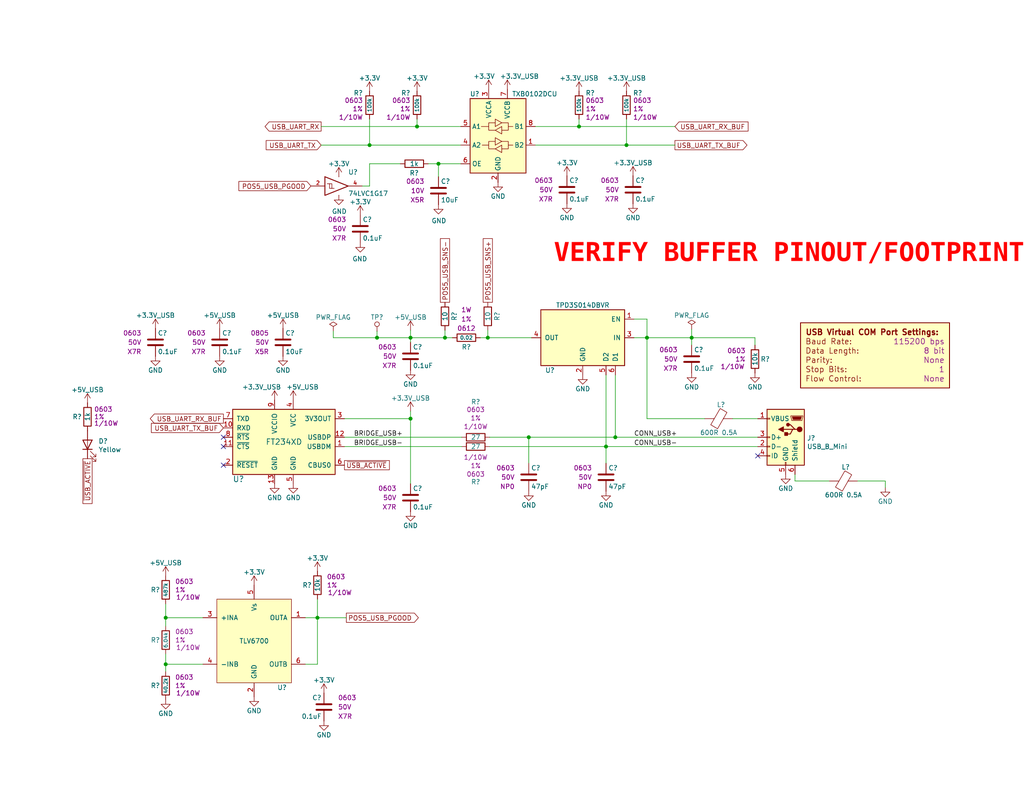
<source format=kicad_sch>
(kicad_sch (version 20230121) (generator eeschema)
  (paper "A")
  (title_block (title "Analog Clock") (date "2020-08-15") (rev "A") (company "Drew Maatman"))
  (lib_symbols
    (symbol "Connector:USB_B_Mini" (pin_names (offset 1.016))
      (property "Reference" "J" (at -5.08 11.43 0))
      (property "Value" "USB_B_Mini" (at -5.08 8.89 0))
      (symbol "USB_B_Mini_0_1"
        (rectangle (start -5.08 -7.62) (end 5.08 7.62) (stroke (width 0.254)) (fill (type background)))
        (circle (center -3.81 2.159) (radius 0.635) (stroke (width 0.254)) (fill (type outline)))
        (circle (center -0.635 3.429) (radius 0.381) (stroke (width 0.254)) (fill (type outline)))
        (rectangle (start -0.127 -7.62) (end 0.127 -6.858))
        (polyline (pts (xy -1.905 2.159) (xy 0.635 2.159)) (stroke (width 0.254)))
        (polyline (pts (xy -3.175 2.159) (xy -2.54 2.159) (xy -1.27 3.429) (xy -0.635 3.429)) (stroke (width 0.254)))
        (polyline (pts (xy -2.54 2.159) (xy -1.905 2.159) (xy -1.27 0.889) (xy 0 0.889)) (stroke (width 0.254)))
        (polyline (pts (xy 0.635 2.794) (xy 0.635 1.524) (xy 1.905 2.159) (xy 0.635 2.794)) (stroke (width 0.254)) (fill (type outline)))
        (polyline (pts (xy -4.318 5.588) (xy -1.778 5.588) (xy -2.032 4.826) (xy -4.064 4.826) (xy -4.318 5.588)) (fill (type outline)))
        (polyline (pts (xy -4.699 5.842) (xy -4.699 5.588) (xy -4.445 4.826) (xy -4.445 4.572) (xy -1.651 4.572) (xy -1.651 4.826) (xy -1.397 5.588) (xy -1.397 5.842) (xy -4.699 5.842)))
        (rectangle (start 0.254 1.27) (end -0.508 0.508) (stroke (width 0.254)) (fill (type outline)))
        (rectangle (start 5.08 -5.207) (end 4.318 -4.953))
        (rectangle (start 5.08 -2.667) (end 4.318 -2.413))
        (rectangle (start 5.08 -0.127) (end 4.318 0.127))
        (rectangle (start 5.08 4.953) (end 4.318 5.207))
      )
      (symbol "USB_B_Mini_1_1"
        (pin power_out line (at 7.62 5.08 180) (length 2.54) (name "VBUS") (number "1"))
        (pin bidirectional line (at 7.62 -2.54 180) (length 2.54) (name "D-") (number "2"))
        (pin bidirectional line (at 7.62 0 180) (length 2.54) (name "D+") (number "3"))
        (pin passive line (at 7.62 -5.08 180) (length 2.54) (name "ID") (number "4"))
        (pin power_out line (at 0 -10.16 90) (length 2.54) (name "GND") (number "5"))
        (pin passive line (at -2.54 -10.16 90) (length 2.54) (name "Shield") (number "6"))
      )
    )
    (symbol "Custom_Library:+3.3V_USB" (power) (pin_names (offset 0))
      (property "Value" "+3.3V_USB" (at 0 3.556 0))
      (symbol "+3.3V_USB_0_1"
        (polyline (pts (xy -0.762 1.27) (xy 0 2.54)))
        (polyline (pts (xy 0 0) (xy 0 2.54)))
        (polyline (pts (xy 0 2.54) (xy 0.762 1.27)))
      )
      (symbol "+3.3V_USB_1_1"
        (pin power_in line (at 0 0 90) (length 0) hide (name "+3.3V_USB") (number "1"))
      )
    )
    (symbol "Custom_Library:+5V_USB" (power) (pin_names (offset 0))
      (property "Value" "+5V_USB" (at 0 3.556 0))
      (symbol "+5V_USB_0_1"
        (polyline (pts (xy -0.762 1.27) (xy 0 2.54)))
        (polyline (pts (xy 0 0) (xy 0 2.54)))
        (polyline (pts (xy 0 2.54) (xy 0.762 1.27)))
      )
      (symbol "+5V_USB_1_1"
        (pin power_in line (at 0 0 90) (length 0) hide (name "+5V_USB") (number "1"))
      )
    )
    (symbol "Custom_Library:74LVC1G17_Power" (pin_names (offset 1.016))
      (property "Reference" "U" (at 2.54 3.81 0))
      (property "Value" "74LVC1G17_Power" (at 2.54 -3.81 0))
      (symbol "74LVC1G17_Power_0_1"
        (polyline (pts (xy -2.54 0.635) (xy -1.905 0.635) (xy -1.905 -0.635)))
        (polyline (pts (xy -3.81 2.54) (xy -3.81 -2.54) (xy 2.54 0) (xy -3.81 2.54)) (stroke (width 0.254)))
        (polyline (pts (xy -3.175 0.635) (xy -2.54 0.635) (xy -2.54 -0.635) (xy -1.27 -0.635)))
      )
      (symbol "74LVC1G17_Power_1_1"
        (pin input line (at -7.62 0 0) (length 3.81) (name "~") (number "2"))
        (pin power_in line (at 0 -2.54 270) (length 0) (name "GND") (number "3"))
        (pin output line (at 6.35 0 180) (length 3.81) (name "~") (number "4"))
        (pin power_in line (at 0 2.54 90) (length 0) (name "VCC") (number "5"))
      )
    )
    (symbol "Custom_Library:COM_Port_Settings" (pin_names (offset 1.016))
      (property "Baud_Rate" "Baud" (at 19.05 3.81 0))
      (property "Data_Length" "Data Length" (at 19.05 1.27 0))
      (property "Parity" "Parity" (at 19.05 -1.27 0))
      (property "Stop_Bits" "Stop Bits" (at 19.05 -3.81 0))
      (property "Flow_Control" "Flow Control" (at 19.05 -6.35 0))
      (symbol "COM_Port_Settings_0_0"
        (rectangle (start -20.32 8.89) (end 20.32 -8.89) (stroke (width 0.254)) (fill (type background)))
        (text "Baud Rate:" (at -19.05 3.81 0) (effects (font (size 1.524 1.524)) (justify left)))
        (text "Data Length:" (at -19.05 1.27 0) (effects (font (size 1.524 1.524)) (justify left)))
        (text "Flow Control:" (at -19.05 -6.35 0) (effects (font (size 1.524 1.524)) (justify left)))
        (text "Parity:" (at -19.05 -1.27 0) (effects (font (size 1.524 1.524)) (justify left)))
        (text "Stop Bits:" (at -19.05 -3.81 0) (effects (font (size 1.524 1.524)) (justify left)))
        (text "USB Virtual COM Port Settings:" (at -19.05 6.35 0) (effects (font (size 1.524 1.524) bold) (justify left)))
      )
    )
    (symbol "Custom_Library:C_Custom" (pin_numbers hide) (pin_names (offset 0.254))
      (property "Reference" "C" (at 0.635 2.54 0))
      (property "Value" "C_Custom" (at 0.635 -2.54 0))
      (property "display_footprint" "Foot" (at -3.81 2.54 0))
      (property "Voltage" "V" (at -3.81 0 0))
      (property "Dielectric" "Er" (at -3.81 -2.54 0))
      (symbol "C_Custom_0_1"
        (polyline (pts (xy -2.032 -0.762) (xy 2.032 -0.762)) (stroke (width 0.508)))
        (polyline (pts (xy -2.032 0.762) (xy 2.032 0.762)) (stroke (width 0.508)))
      )
      (symbol "C_Custom_1_1"
        (pin passive line (at 0 3.81 270) (length 2.794) (name "~") (number "1"))
        (pin passive line (at 0 -3.81 90) (length 2.794) (name "~") (number "2"))
      )
    )
    (symbol "Custom_Library:FT234XD" (pin_names (offset 1.016))
      (property "Reference" "U" (at 13.97 -10.16 0))
      (property "Value" "FT234XD" (at 0 0 0))
      (symbol "FT234XD_0_1"
        (rectangle (start -13.97 8.89) (end 13.97 -8.89) (stroke (width 0.254)) (fill (type background)))
      )
      (symbol "FT234XD_1_1"
        (pin input line (at -16.51 -1.27 0) (length 2.54) (name "USBDM") (number "1"))
        (pin input line (at 16.51 3.81 180) (length 2.54) (name "RXD") (number "10"))
        (pin input line (at 16.51 -1.27 180) (length 2.54) (name "~{CTS}") (number "11"))
        (pin input line (at -16.51 1.27 0) (length 2.54) (name "USBDP") (number "12"))
        (pin power_in line (at 2.54 -11.43 90) (length 2.54) (name "GND") (number "13"))
        (pin input line (at 16.51 -6.35 180) (length 2.54) (name "~{RESET}") (number "2"))
        (pin power_out line (at -16.51 6.35 0) (length 2.54) (name "3V3OUT") (number "3"))
        (pin power_in line (at -2.54 11.43 270) (length 2.54) (name "VCC") (number "4"))
        (pin power_in line (at -2.54 -11.43 90) (length 2.54) (name "GND") (number "5"))
        (pin bidirectional line (at -16.51 -6.35 0) (length 2.54) (name "CBUS0") (number "6"))
        (pin output line (at 16.51 6.35 180) (length 2.54) (name "TXD") (number "7"))
        (pin output line (at 16.51 1.27 180) (length 2.54) (name "~{RTS}") (number "8"))
        (pin power_in line (at 2.54 11.43 270) (length 2.54) (name "VCCIO") (number "9"))
      )
    )
    (symbol "Custom_Library:R_Custom" (pin_numbers hide) (pin_names (offset 1.016) hide)
      (property "Reference" "R" (at -2.54 0 90))
      (property "Value" "R_Custom" (at 0 0 90))
      (property "display_footprint" "Foot" (at 2.54 0 90))
      (property "Tolerance" "Tol" (at 5.08 0 90))
      (property "Wattage" "W" (at 7.62 0 90))
      (symbol "R_Custom_0_1"
        (rectangle (start 1.016 2.54) (end -1.016 -2.54) (stroke (width 0.254)))
      )
      (symbol "R_Custom_1_1"
        (pin passive line (at 0 3.81 270) (length 1.27) (name "1") (number "1"))
        (pin passive line (at 0 -3.81 90) (length 1.27) (name "2") (number "2"))
      )
    )
    (symbol "Custom_Library:TLV6700" (pin_names (offset 1.016))
      (property "Reference" "U" (at 7.62 -12.7 0))
      (property "Value" "TLV6700" (at 0 0 0))
      (symbol "TLV6700_0_1"
        (rectangle (start -10.16 11.43) (end 10.16 -11.43) (fill (type background)))
      )
      (symbol "TLV6700_1_1"
        (pin open_collector line (at 13.97 6.35 180) (length 3.81) (name "OUTA") (number "1"))
        (pin power_in line (at 0 -15.24 90) (length 3.81) (name "GND") (number "2"))
        (pin input line (at -13.97 6.35 0) (length 3.81) (name "+INA") (number "3"))
        (pin input line (at -13.97 -6.35 0) (length 3.81) (name "-INB") (number "4"))
        (pin power_in line (at 0 15.24 270) (length 3.81) (name "Vs") (number "5"))
        (pin open_collector line (at 13.97 -6.35 180) (length 3.81) (name "OUTB") (number "6"))
      )
    )
    (symbol "Custom_Library:TP" (pin_numbers hide) (pin_names (offset 0) hide)
      (property "Reference" "TP" (at 0 3.81 0))
      (symbol "TP_0_1"
        (polyline (pts (xy 0 0) (xy 0 1.27)))
        (circle (center 0 1.905) (radius 0.635))
      )
      (symbol "TP_1_1"
        (pin passive line (at 0 0 90) (length 0) (name "TP") (number "1"))
      )
    )
    (symbol "Custom_Library:TPD3S014DBVR" (pin_names (offset 1.016))
      (property "Reference" "U" (at 7.62 -8.89 0))
      (property "Value" "TPD3S014DBVR" (at 0 8.89 0))
      (symbol "TPD3S014DBVR_0_1"
        (rectangle (start -11.43 7.62) (end 11.43 -7.62) (stroke (width 0.254)) (fill (type background)))
      )
      (symbol "TPD3S014DBVR_1_1"
        (pin input line (at -13.97 5.08 0) (length 2.54) (name "EN") (number "1"))
        (pin power_in line (at 0 -10.16 90) (length 2.54) (name "GND") (number "2"))
        (pin power_in line (at -13.97 0 0) (length 2.54) (name "IN") (number "3"))
        (pin passive line (at 13.97 0 180) (length 2.54) (name "OUT") (number "4"))
        (pin passive line (at -6.35 -10.16 90) (length 2.54) (name "D2") (number "5"))
        (pin passive line (at -8.89 -10.16 90) (length 2.54) (name "D1") (number "6"))
      )
    )
    (symbol "Device:Ferrite_Bead" (pin_numbers hide) (pin_names (offset 0))
      (property "Reference" "FB" (at -3.81 0.635 90))
      (property "Value" "Device_Ferrite_Bead" (at 3.81 0 90))
      (symbol "Ferrite_Bead_0_1"
        (polyline (pts (xy 0 -1.27) (xy 0 -1.2192)))
        (polyline (pts (xy 0 1.27) (xy 0 1.2954)))
        (polyline (pts (xy -2.7686 0.4064) (xy -1.7018 2.2606) (xy 2.7686 -0.3048) (xy 1.6764 -2.159) (xy -2.7686 0.4064)))
      )
      (symbol "Ferrite_Bead_1_1"
        (pin passive line (at 0 3.81 270) (length 2.54) (name "~") (number "1"))
        (pin passive line (at 0 -3.81 90) (length 2.54) (name "~") (number "2"))
      )
    )
    (symbol "Device:LED" (pin_numbers hide) (pin_names (offset 1.016) hide)
      (property "Reference" "D" (at 0 2.54 0))
      (property "Value" "LED" (at 0 -2.54 0))
      (symbol "LED_0_1"
        (polyline (pts (xy -1.27 -1.27) (xy -1.27 1.27)) (stroke (width 0.254)))
        (polyline (pts (xy -1.27 0) (xy 1.27 0)))
        (polyline (pts (xy 1.27 -1.27) (xy 1.27 1.27) (xy -1.27 0) (xy 1.27 -1.27)) (stroke (width 0.254)))
        (polyline (pts (xy -3.048 -0.762) (xy -4.572 -2.286) (xy -3.81 -2.286) (xy -4.572 -2.286) (xy -4.572 -1.524)))
        (polyline (pts (xy -1.778 -0.762) (xy -3.302 -2.286) (xy -2.54 -2.286) (xy -3.302 -2.286) (xy -3.302 -1.524)))
      )
      (symbol "LED_1_1"
        (pin passive line (at -3.81 0 0) (length 2.54) (name "K") (number "1"))
        (pin passive line (at 3.81 0 180) (length 2.54) (name "A") (number "2"))
      )
    )
    (symbol "Logic_LevelTranslator:TXB0102DCU"
      (property "Reference" "U" (at -6.35 11.43 0))
      (property "Value" "TXB0102DCU" (at 3.81 11.43 0))
      (symbol "TXB0102DCU_0_1"
        (rectangle (start -7.62 10.16) (end 7.62 -10.16) (stroke (width 0.254)) (fill (type background)))
        (polyline (pts (xy -2.54 -2.54) (xy -2.54 -1.524) (xy -0.762 -1.524)))
        (polyline (pts (xy -2.54 2.54) (xy -2.54 3.556) (xy -0.762 3.556)))
        (polyline (pts (xy 2.794 -2.54) (xy 2.794 -3.556) (xy 1.016 -3.556)))
        (polyline (pts (xy 2.794 2.54) (xy 2.794 1.524) (xy 1.016 1.524)))
        (polyline (pts (xy -0.762 -3.556) (xy -2.54 -3.556) (xy -2.54 -2.54) (xy -4.318 -2.54)))
        (polyline (pts (xy -0.762 -2.54) (xy -0.762 -0.508) (xy 1.016 -1.524) (xy -0.762 -2.54)))
        (polyline (pts (xy -0.762 1.524) (xy -2.54 1.524) (xy -2.54 2.54) (xy -4.572 2.54)))
        (polyline (pts (xy -0.762 2.54) (xy -0.762 4.572) (xy 1.016 3.556) (xy -0.762 2.54)))
        (polyline (pts (xy 1.016 -2.54) (xy 1.016 -4.572) (xy -0.762 -3.556) (xy 1.016 -2.54)))
        (polyline (pts (xy 1.016 -1.524) (xy 2.794 -1.524) (xy 2.794 -2.54) (xy 4.064 -2.54)))
        (polyline (pts (xy 1.016 3.556) (xy 2.794 3.556) (xy 2.794 2.54) (xy 4.064 2.54)))
        (polyline (pts (xy 1.016 2.54) (xy 1.016 0.762) (xy 1.016 0.508) (xy -0.762 1.524) (xy 1.016 2.54)))
      )
      (symbol "TXB0102DCU_1_1"
        (pin bidirectional line (at 10.16 -2.54 180) (length 2.54) (name "B2") (number "1"))
        (pin power_in line (at 0 -12.7 90) (length 2.54) (name "GND") (number "2"))
        (pin power_in line (at -2.54 12.7 270) (length 2.54) (name "VCCA") (number "3"))
        (pin bidirectional line (at -10.16 -2.54 0) (length 2.54) (name "A2") (number "4"))
        (pin bidirectional line (at -10.16 2.54 0) (length 2.54) (name "A1") (number "5"))
        (pin input line (at -10.16 -7.62 0) (length 2.54) (name "OE") (number "6"))
        (pin power_in line (at 2.54 12.7 270) (length 2.54) (name "VCCB") (number "7"))
        (pin bidirectional line (at 10.16 2.54 180) (length 2.54) (name "B1") (number "8"))
      )
    )
    (symbol "power:+3.3V" (power) (pin_names (offset 0))
      (property "Value" "+3.3V" (at 0 3.556 0))
      (symbol "+3.3V_0_1"
        (polyline (pts (xy -0.762 1.27) (xy 0 2.54)))
        (polyline (pts (xy 0 0) (xy 0 2.54)))
        (polyline (pts (xy 0 2.54) (xy 0.762 1.27)))
      )
      (symbol "+3.3V_1_1"
        (pin power_in line (at 0 0 90) (length 0) hide (name "+3.3V") (number "1"))
      )
    )
    (symbol "power:GND" (power) (pin_names (offset 0))
      (property "Value" "GND" (at 0 -3.81 0))
      (symbol "GND_0_1"
        (polyline (pts (xy 0 0) (xy 0 -1.27) (xy 1.27 -1.27) (xy 0 -2.54) (xy -1.27 -1.27) (xy 0 -1.27)))
      )
      (symbol "GND_1_1"
        (pin power_in line (at 0 0 270) (length 0) hide (name "GND") (number "1"))
      )
    )
    (symbol "power:PWR_FLAG" (power) (pin_numbers hide) (pin_names (offset 0) hide)
      (property "Value" "PWR_FLAG" (at 0 3.81 0))
      (symbol "PWR_FLAG_0_0"
        (pin power_out line (at 0 0 90) (length 0) (name "pwr") (number "1"))
      )
      (symbol "PWR_FLAG_0_1"
        (polyline (pts (xy 0 0) (xy 0 1.27) (xy -1.016 1.905) (xy 0 2.54) (xy 1.016 1.905) (xy 0 1.27)))
      )
    )
  )
  (junction (at 176.53 92.202))
  (junction (at 165.354 121.92))
  (junction (at 167.894 119.38))
  (junction (at 170.942 39.624))
  (junction (at 45.212 168.656))
  (junction (at 102.87 92.202))
  (junction (at 133.096 92.202))
  (junction (at 112.014 92.202))
  (junction (at 157.988 34.544))
  (junction (at 86.614 168.656))
  (junction (at 100.838 39.624))
  (junction (at 45.212 181.356))
  (junction (at 144.272 119.38))
  (junction (at 113.792 34.544))
  (junction (at 119.634 44.704))
  (junction (at 112.014 114.3))
  (junction (at 121.412 92.202))
  (junction (at 188.722 92.202))
  (no_connect (at 60.96 127))
  (no_connect (at 60.96 119.38))
  (no_connect (at 60.96 121.92))
  (no_connect (at 206.756 124.46))
  (wire (pts (xy 192.278 114.3) (xy 176.53 114.3)))
  (wire (pts (xy 100.838 50.8) (xy 100.838 44.704)))
  (wire (pts (xy 102.87 90.424) (xy 102.87 92.202)))
  (wire (pts (xy 83.312 181.356) (xy 86.614 181.356)))
  (wire (pts (xy 167.894 119.38) (xy 206.756 119.38)))
  (wire (pts (xy 83.312 168.656) (xy 86.614 168.656)))
  (wire (pts (xy 112.014 112.268) (xy 112.014 114.3)))
  (wire (pts (xy 170.942 39.624) (xy 146.05 39.624)))
  (wire (pts (xy 170.942 32.512) (xy 170.942 39.624)))
  (wire (pts (xy 112.014 92.202) (xy 112.014 93.472)))
  (wire (pts (xy 133.096 92.202) (xy 145.034 92.202)))
  (wire (pts (xy 216.916 131.318) (xy 216.916 129.54)))
  (wire (pts (xy 188.722 92.202) (xy 176.53 92.202)))
  (wire (pts (xy 100.838 44.704) (xy 109.22 44.704)))
  (wire (pts (xy 90.932 92.202) (xy 102.87 92.202)))
  (wire (pts (xy 45.212 168.656) (xy 45.212 170.942)))
  (wire (pts (xy 45.212 168.656) (xy 45.212 164.846)))
  (wire (pts (xy 157.988 34.544) (xy 146.05 34.544)))
  (wire (pts (xy 45.212 181.356) (xy 45.212 183.388)))
  (wire (pts (xy 241.554 133.096) (xy 241.554 131.318)))
  (wire (pts (xy 205.994 94.234) (xy 205.994 92.202)))
  (wire (pts (xy 133.604 121.92) (xy 165.354 121.92)))
  (wire (pts (xy 93.98 119.38) (xy 125.984 119.38)))
  (wire (pts (xy 100.838 32.512) (xy 100.838 39.624)))
  (wire (pts (xy 119.634 48.26) (xy 119.634 44.704)))
  (wire (pts (xy 119.634 44.704) (xy 116.84 44.704)))
  (wire (pts (xy 184.15 34.544) (xy 157.988 34.544)))
  (wire (pts (xy 90.932 90.424) (xy 90.932 92.202)))
  (wire (pts (xy 55.372 181.356) (xy 45.212 181.356)))
  (wire (pts (xy 100.838 39.624) (xy 125.73 39.624)))
  (wire (pts (xy 144.272 119.38) (xy 167.894 119.38)))
  (wire (pts (xy 165.354 121.92) (xy 206.756 121.92)))
  (wire (pts (xy 113.792 34.544) (xy 125.73 34.544)))
  (wire (pts (xy 133.096 90.17) (xy 133.096 92.202)))
  (wire (pts (xy 112.014 90.17) (xy 112.014 92.202)))
  (wire (pts (xy 188.722 89.916) (xy 188.722 92.202)))
  (wire (pts (xy 87.63 39.624) (xy 100.838 39.624)))
  (wire (pts (xy 121.412 92.202) (xy 123.444 92.202)))
  (wire (pts (xy 113.792 32.512) (xy 113.792 34.544)))
  (wire (pts (xy 165.354 126.492) (xy 165.354 121.92)))
  (wire (pts (xy 131.064 92.202) (xy 133.096 92.202)))
  (wire (pts (xy 87.63 34.544) (xy 113.792 34.544)))
  (wire (pts (xy 112.014 92.202) (xy 121.412 92.202)))
  (wire (pts (xy 184.15 39.624) (xy 170.942 39.624)))
  (wire (pts (xy 144.272 126.492) (xy 144.272 119.38)))
  (wire (pts (xy 98.806 50.8) (xy 100.838 50.8)))
  (wire (pts (xy 172.974 92.202) (xy 176.53 92.202)))
  (wire (pts (xy 205.994 92.202) (xy 188.722 92.202)))
  (wire (pts (xy 45.212 181.356) (xy 45.212 178.562)))
  (wire (pts (xy 199.898 114.3) (xy 206.756 114.3)))
  (wire (pts (xy 176.53 92.202) (xy 176.53 114.3)))
  (wire (pts (xy 188.722 94.234) (xy 188.722 92.202)))
  (wire (pts (xy 241.554 131.318) (xy 233.934 131.318)))
  (wire (pts (xy 125.73 44.704) (xy 119.634 44.704)))
  (wire (pts (xy 102.87 92.202) (xy 112.014 92.202)))
  (wire (pts (xy 172.974 87.122) (xy 176.53 87.122)))
  (wire (pts (xy 226.314 131.318) (xy 216.916 131.318)))
  (wire (pts (xy 176.53 87.122) (xy 176.53 92.202)))
  (wire (pts (xy 55.372 168.656) (xy 45.212 168.656)))
  (wire (pts (xy 86.614 181.356) (xy 86.614 168.656)))
  (wire (pts (xy 167.894 102.362) (xy 167.894 119.38)))
  (wire (pts (xy 165.354 102.362) (xy 165.354 121.92)))
  (wire (pts (xy 157.988 32.512) (xy 157.988 34.544)))
  (wire (pts (xy 94.488 168.656) (xy 86.614 168.656)))
  (wire (pts (xy 112.014 114.3) (xy 112.014 132.08)))
  (wire (pts (xy 93.98 114.3) (xy 112.014 114.3)))
  (wire (pts (xy 121.412 90.17) (xy 121.412 92.202)))
  (wire (pts (xy 86.614 168.656) (xy 86.614 163.576)))
  (wire (pts (xy 93.98 121.92) (xy 125.984 121.92)))
  (wire (pts (xy 133.604 119.38) (xy 144.272 119.38)))
  (text "VERIFY BUFFER PINOUT/FOOTPRINT" (at 151.13 73.66 0) (effects (font (size 5.08 5.08) (thickness 1.016) bold) (justify left bottom)))
  (label "CONN_USB+" (at 172.974 119.38 0))
  (label "BRIDGE_USB-" (at 96.52 121.92 0))
  (label "CONN_USB-" (at 172.974 121.92 0))
  (label "BRIDGE_USB+" (at 96.52 119.38 0))
  (global_label "USB_UART_RX" (shape output) (at 87.63 34.544 180) (property "Intersheetrefs" "${INTERSHEET_REFS}" (effects hide)))
  (global_label "POS5_USB_PGOOD" (shape input) (at 84.836 50.8 180) (property "Intersheetrefs" "${INTERSHEET_REFS}" (effects hide)))
  (global_label "USB_UART_TX" (shape input) (at 87.63 39.624 180) (property "Intersheetrefs" "${INTERSHEET_REFS}" (effects hide)))
  (global_label "POS5_USB_SNS-" (shape passive) (at 121.412 82.55 90) (property "Intersheetrefs" "${INTERSHEET_REFS}" (effects hide)))
  (global_label "USB_UART_TX_BUF" (shape output) (at 184.15 39.624 0) (property "Intersheetrefs" "${INTERSHEET_REFS}" (effects hide)))
  (global_label "POS5_USB_SNS+" (shape passive) (at 133.096 82.55 90) (property "Intersheetrefs" "${INTERSHEET_REFS}" (effects hide)))
  (global_label "USB_UART_RX_BUF" (shape output) (at 60.96 114.3 180) (property "Intersheetrefs" "${INTERSHEET_REFS}" (effects hide)))
  (global_label "USB_UART_TX_BUF" (shape input) (at 60.96 116.84 180) (property "Intersheetrefs" "${INTERSHEET_REFS}" (effects hide)))
  (global_label "~{USB_ACTIVE}" (shape passive) (at 93.98 127 0) (property "Intersheetrefs" "${INTERSHEET_REFS}" (effects hide)))
  (global_label "USB_UART_RX_BUF" (shape input) (at 184.15 34.544 0) (property "Intersheetrefs" "${INTERSHEET_REFS}" (effects hide)))
  (global_label "POS5_USB_PGOOD" (shape output) (at 94.488 168.656 0) (property "Intersheetrefs" "${INTERSHEET_REFS}" (effects hide)))
  (global_label "~{USB_ACTIVE}" (shape passive) (at 23.876 125.222 270) (property "Intersheetrefs" "${INTERSHEET_REFS}" (effects hide)))
  (symbol (lib_id "Connector:USB_B_Mini") (at 214.376 119.38 0) (mirror y) (unit 1)
    (property "Reference" "J?" (at 220.1926 119.6086 0) (effects (justify right)))
    (property "Value" "USB_B_Mini" (at 220.1926 121.92 0) (effects (justify right)))
    (property "Footprint" "Connectors:USB_Mini-B" (effects hide))
    (property "Digi-Key PN" "732-2109-1-ND" (effects hide))
  )
  (symbol (lib_id "Custom_Library:FT234XD") (at 77.47 120.65 0) (mirror y) (unit 1)
    (property "Reference" "U?" (at 63.5 130.81 0) (effects (font (size 1.524 1.524)) (justify right)))
    (property "Value" "FT234XD" (at 77.47 120.65 0) (effects (font (size 1.524 1.524))))
    (property "Footprint" "Housings_DFN_QFN:DFN-12-1EP_3x3mm_Pitch0.45mm" (effects hide))
    (property "Datasheet" "http://www.ftdichip.com/Support/Documents/DataSheets/ICs/DS_FT234XD.pdf" (effects hide))
    (property "Digi-Key PN" "768-1178-1-ND" (effects hide))
  )
  (symbol (lib_id "Custom_Library:+5V_USB") (at 80.01 109.22 0) (unit 1)
    (property "Reference" "#PWR?" (effects hide))
    (property "Value" "+5V_USB" (at 82.55 105.664 0))
  )
  (symbol (lib_id "Custom_Library:C_Custom") (at 144.272 130.302 0) (unit 1)
    (property "Reference" "C?" (at 144.907 127.762 0) (effects (justify left)))
    (property "Value" "47pF" (at 144.907 132.842 0) (effects (justify left)))
    (property "Footprint" "Capacitors_SMD:C_0603" (effects hide))
    (property "display_footprint" "0603" (at 140.462 127.762 0) (effects (justify right)))
    (property "Voltage" "50V" (at 140.462 130.302 0) (effects (justify right)))
    (property "Dielectric" "NP0" (at 140.462 132.842 0) (effects (justify right)))
    (property "Digi-Key PN" "399-7918-1-ND" (effects hide))
  )
  (symbol (lib_id "Custom_Library:C_Custom") (at 59.944 93.472 0) (unit 1)
    (property "Reference" "C?" (at 60.579 90.932 0) (effects (justify left)))
    (property "Value" "0.1uF" (at 60.579 96.012 0) (effects (justify left)))
    (property "Footprint" "Capacitors_SMD:C_0603" (effects hide))
    (property "display_footprint" "0603" (at 56.134 90.932 0) (effects (justify right)))
    (property "Voltage" "50V" (at 56.134 93.472 0) (effects (justify right)))
    (property "Dielectric" "X7R" (at 56.134 96.012 0) (effects (justify right)))
    (property "Digi-Key PN" "399-7845-1-ND" (effects hide))
  )
  (symbol (lib_id "Custom_Library:+5V_USB") (at 59.944 89.662 0) (unit 1)
    (property "Reference" "#PWR?" (effects hide))
    (property "Value" "+5V_USB" (at 59.944 86.106 0))
  )
  (symbol (lib_id "Custom_Library:+5V_USB") (at 77.216 89.662 0) (unit 1)
    (property "Reference" "#PWR?" (effects hide))
    (property "Value" "+5V_USB" (at 77.216 86.106 0))
  )
  (symbol (lib_id "Custom_Library:C_Custom") (at 165.354 130.302 0) (unit 1)
    (property "Reference" "C?" (at 165.989 127.762 0) (effects (justify left)))
    (property "Value" "47pF" (at 165.989 132.842 0) (effects (justify left)))
    (property "Footprint" "Capacitors_SMD:C_0603" (effects hide))
    (property "display_footprint" "0603" (at 161.544 127.762 0) (effects (justify right)))
    (property "Voltage" "50V" (at 161.544 130.302 0) (effects (justify right)))
    (property "Dielectric" "NP0" (at 161.544 132.842 0) (effects (justify right)))
    (property "Digi-Key PN" "399-7918-1-ND" (effects hide))
  )
  (symbol (lib_id "Custom_Library:C_Custom") (at 42.418 93.472 0) (unit 1)
    (property "Reference" "C?" (at 43.053 90.932 0) (effects (justify left)))
    (property "Value" "0.1uF" (at 43.053 96.012 0) (effects (justify left)))
    (property "Footprint" "Capacitors_SMD:C_0603" (effects hide))
    (property "display_footprint" "0603" (at 38.608 90.932 0) (effects (justify right)))
    (property "Voltage" "50V" (at 38.608 93.472 0) (effects (justify right)))
    (property "Dielectric" "X7R" (at 38.608 96.012 0) (effects (justify right)))
    (property "Digi-Key PN" "399-7845-1-ND" (effects hide))
  )
  (symbol (lib_id "Custom_Library:C_Custom") (at 112.014 135.89 0) (unit 1)
    (property "Reference" "C?" (at 112.649 133.35 0) (effects (justify left)))
    (property "Value" "0.1uF" (at 112.649 138.43 0) (effects (justify left)))
    (property "Footprint" "Capacitors_SMD:C_0603" (effects hide))
    (property "display_footprint" "0603" (at 108.204 133.35 0) (effects (justify right)))
    (property "Voltage" "50V" (at 108.204 135.89 0) (effects (justify right)))
    (property "Dielectric" "X7R" (at 108.204 138.43 0) (effects (justify right)))
    (property "Digi-Key PN" "399-7845-1-ND" (effects hide))
  )
  (symbol (lib_id "Custom_Library:C_Custom") (at 188.722 98.044 0) (unit 1)
    (property "Reference" "C?" (at 189.357 95.504 0) (effects (justify left)))
    (property "Value" "0.1uF" (at 189.357 100.584 0) (effects (justify left)))
    (property "Footprint" "Capacitors_SMD:C_0603" (effects hide))
    (property "display_footprint" "0603" (at 184.912 95.504 0) (effects (justify right)))
    (property "Voltage" "50V" (at 184.912 98.044 0) (effects (justify right)))
    (property "Dielectric" "X7R" (at 184.912 100.584 0) (effects (justify right)))
    (property "Digi-Key PN" "399-7845-1-ND" (effects hide))
  )
  (symbol (lib_id "Custom_Library:C_Custom") (at 112.014 97.282 0) (unit 1)
    (property "Reference" "C?" (at 112.649 94.742 0) (effects (justify left)))
    (property "Value" "0.1uF" (at 112.649 99.822 0) (effects (justify left)))
    (property "Footprint" "Capacitors_SMD:C_0603" (effects hide))
    (property "display_footprint" "0603" (at 108.204 94.742 0) (effects (justify right)))
    (property "Voltage" "50V" (at 108.204 97.282 0) (effects (justify right)))
    (property "Dielectric" "X7R" (at 108.204 99.822 0) (effects (justify right)))
    (property "Digi-Key PN" "399-7845-1-ND" (effects hide))
  )
  (symbol (lib_id "Custom_Library:R_Custom") (at 23.876 113.792 0) (unit 1)
    (property "Reference" "R?" (at 22.352 113.792 0) (effects (justify right)))
    (property "Value" "1k" (at 23.876 113.792 90))
    (property "Footprint" "Resistors_SMD:R_0603" (effects hide))
    (property "display_footprint" "0603" (at 25.654 111.76 0) (effects (justify left)))
    (property "Tolerance" "1%" (at 25.654 113.792 0) (effects (justify left)))
    (property "Wattage" "1/10W" (at 25.654 115.57 0) (effects (justify left)))
    (property "Digi-Key PN" "311-1.00KHRCT-ND" (effects hide))
  )
  (symbol (lib_id "Device:Ferrite_Bead") (at 196.088 114.3 270) (unit 1)
    (property "Reference" "L?" (at 196.723 110.49 90))
    (property "Value" "600R 0.5A" (at 196.088 118.11 90))
    (property "Footprint" "Inductors_SMD:L_0603" (effects hide))
    (property "Digi-Key PN" "732-1593-1-ND" (effects hide))
  )
  (symbol (lib_id "power:PWR_FLAG") (at 188.722 89.916 0) (unit 1)
    (property "Reference" "#FLG?" (effects hide))
    (property "Value" "PWR_FLAG" (at 188.722 86.106 0))
  )
  (symbol (lib_id "Custom_Library:+5V_USB") (at 23.876 109.982 0) (unit 1)
    (property "Reference" "#PWR?" (effects hide))
    (property "Value" "+5V_USB" (at 23.876 106.426 0))
  )
  (symbol (lib_id "Custom_Library:TPD3S014DBVR") (at 159.004 92.202 0) (mirror y) (unit 1)
    (property "Reference" "U?" (at 151.384 101.092 0) (effects (justify left)))
    (property "Value" "TPD3S014DBVR" (at 159.004 83.312 0))
    (property "Footprint" "TO_SOT_Packages_SMD:SOT-23-6" (effects hide))
    (property "Datasheet" "http://www.ti.com/lit/ds/symlink/tpd3s014.pdf" (effects hide))
    (property "Digi-Key PN" "296-38835-1-ND" (effects hide))
  )
  (symbol (lib_id "Custom_Library:+5V_USB") (at 112.014 90.17 0) (unit 1)
    (property "Reference" "#PWR?" (effects hide))
    (property "Value" "+5V_USB" (at 112.014 86.614 0))
  )
  (symbol (lib_id "Custom_Library:R_Custom") (at 129.794 119.38 270) (mirror x) (unit 1)
    (property "Reference" "R?" (at 129.794 109.728 90))
    (property "Value" "27" (at 129.794 119.38 90))
    (property "Footprint" "Resistors_SMD:R_0603" (effects hide))
    (property "display_footprint" "0603" (at 129.794 111.8362 90))
    (property "Tolerance" "1%" (at 129.794 114.1476 90))
    (property "Wattage" "1/10W" (at 129.794 116.459 90))
    (property "Digi-Key PN" "311-27.0HRCT-ND" (effects hide))
  )
  (symbol (lib_id "Device:LED") (at 23.876 121.412 90) (unit 1)
    (property "Reference" "D?" (at 26.8478 120.4468 90) (effects (justify right)))
    (property "Value" "Yellow" (at 26.8478 122.7582 90) (effects (justify right)))
    (property "Footprint" "LEDs:LED_0603" (effects hide))
    (property "Digi-Key PN" "754-1124-1-ND" (effects hide))
  )
  (symbol (lib_id "Device:Ferrite_Bead") (at 230.124 131.318 270) (unit 1)
    (property "Reference" "L?" (at 230.759 127.508 90))
    (property "Value" "600R 0.5A" (at 230.124 135.128 90))
    (property "Footprint" "Inductors_SMD:L_0603" (effects hide))
    (property "Digi-Key PN" "732-1593-1-ND" (effects hide))
  )
  (symbol (lib_id "Custom_Library:COM_Port_Settings") (at 238.76 97.028 0) (unit 1)
    (property "Reference" "DOC?" (effects hide))
    (property "Value" "COM_Port_Settings" (effects hide))
    (property "Baud_Rate" "115200 bps" (at 257.81 93.218 0) (effects (font (size 1.524 1.524)) (justify right)))
    (property "Data_Length" "8 bit" (at 257.81 95.758 0) (effects (font (size 1.524 1.524)) (justify right)))
    (property "Parity" "None" (at 257.81 98.298 0) (effects (font (size 1.524 1.524)) (justify right)))
    (property "Stop_Bits" "1" (at 257.81 100.838 0) (effects (font (size 1.524 1.524)) (justify right)))
    (property "Flow_Control" "None" (at 257.81 103.378 0) (effects (font (size 1.524 1.524)) (justify right)))
  )
  (symbol (lib_id "Custom_Library:R_Custom") (at 45.212 174.752 0) (unit 1)
    (property "Reference" "R?" (at 43.688 174.752 0) (effects (justify right)))
    (property "Value" "6.04k" (at 45.212 174.752 90) (effects (font (size 1.016 1.016))))
    (property "Footprint" "Resistors_SMD:R_0603" (effects hide))
    (property "display_footprint" "0603" (at 47.752 172.466 0) (effects (justify left)))
    (property "Tolerance" "1%" (at 47.752 174.752 0) (effects (justify left)))
    (property "Wattage" "1/10W" (at 48.006 176.784 0) (effects (justify left)))
    (property "Digi-Key PN" "RMCF0603FT6K04CT-ND" (effects hide))
  )
  (symbol (lib_id "Custom_Library:R_Custom") (at 45.212 187.198 0) (unit 1)
    (property "Reference" "R?" (at 43.688 187.198 0) (effects (justify right)))
    (property "Value" "40.2k" (at 45.212 187.198 90) (effects (font (size 1.016 1.016))))
    (property "Footprint" "Resistors_SMD:R_0603" (effects hide))
    (property "display_footprint" "0603" (at 47.752 184.912 0) (effects (justify left)))
    (property "Tolerance" "1%" (at 47.752 187.198 0) (effects (justify left)))
    (property "Wattage" "1/10W" (at 48.006 189.23 0) (effects (justify left)))
    (property "Digi-Key PN" "RMCF0603FT40K2CT-ND" (effects hide))
  )
  (symbol (lib_id "Custom_Library:R_Custom") (at 45.212 161.036 0) (unit 1)
    (property "Reference" "R?" (at 43.688 161.036 0) (effects (justify right)))
    (property "Value" "487k" (at 45.212 161.036 90) (effects (font (size 1.016 1.016))))
    (property "Footprint" "Resistors_SMD:R_0603" (effects hide))
    (property "display_footprint" "0603" (at 47.752 158.75 0) (effects (justify left)))
    (property "Tolerance" "1%" (at 47.752 161.036 0) (effects (justify left)))
    (property "Wattage" "1/10W" (at 48.006 163.068 0) (effects (justify left)))
    (property "Digi-Key PN" "311-487KHRCT-ND" (effects hide))
  )
  (symbol (lib_id "Custom_Library:+5V_USB") (at 45.212 157.226 0) (unit 1)
    (property "Reference" "#PWR?" (effects hide))
    (property "Value" "+5V_USB" (at 45.212 153.67 0))
  )
  (symbol (lib_id "Custom_Library:R_Custom") (at 86.614 159.766 0) (unit 1)
    (property "Reference" "R?" (at 85.09 159.766 0) (effects (justify right)))
    (property "Value" "10k" (at 86.614 159.766 90))
    (property "Footprint" "Resistors_SMD:R_0603" (effects hide))
    (property "display_footprint" "0603" (at 89.154 157.48 0) (effects (justify left)))
    (property "Tolerance" "1%" (at 89.154 159.766 0) (effects (justify left)))
    (property "Wattage" "1/10W" (at 89.408 161.798 0) (effects (justify left)))
    (property "Digi-Key PN" "YAG2321CT-ND" (effects hide))
  )
  (symbol (lib_id "Custom_Library:C_Custom") (at 88.392 193.04 0) (mirror y) (unit 1)
    (property "Reference" "C?" (at 87.757 190.5 0) (effects (justify left)))
    (property "Value" "0.1uF" (at 87.757 195.58 0) (effects (justify left)))
    (property "Footprint" "Capacitors_SMD:C_0603" (effects hide))
    (property "Digi-Key PN" "399-7845-1-ND" (effects hide))
    (property "display_footprint" "0603" (at 92.202 190.5 0) (effects (justify right)))
    (property "Voltage" "50V" (at 92.202 193.04 0) (effects (justify right)))
    (property "Dielectric" "X7R" (at 92.202 195.58 0) (effects (justify right)))
  )
  (symbol (lib_id "Custom_Library:R_Custom") (at 129.794 121.92 270) (unit 1)
    (property "Reference" "R?" (at 129.794 131.572 90))
    (property "Value" "27" (at 129.794 121.92 90))
    (property "Footprint" "Resistors_SMD:R_0603" (effects hide))
    (property "display_footprint" "0603" (at 129.794 129.4638 90))
    (property "Tolerance" "1%" (at 129.794 127.1524 90))
    (property "Wattage" "1/10W" (at 129.794 124.841 90))
    (property "Digi-Key PN" "311-27.0HRCT-ND" (effects hide))
  )
  (symbol (lib_id "Custom_Library:R_Custom") (at 127.254 92.202 90) (unit 1)
    (property "Reference" "R?" (at 127.254 94.742 90))
    (property "Value" "0.02" (at 127.254 92.202 90) (effects (font (size 1.016 1.016))))
    (property "Footprint" "Resistors_SMD:R_0612" (effects hide))
    (property "Digi-Key PN" "P16010CT-ND" (effects hide))
    (property "display_footprint" "0612" (at 127.254 89.662 90))
    (property "Tolerance" "1%" (at 127.254 87.122 90))
    (property "Wattage" "1W" (at 127.254 84.582 90))
  )
  (symbol (lib_id "Custom_Library:TLV6700") (at 69.342 175.006 0) (unit 1)
    (property "Reference" "U?" (at 76.962 187.706 0))
    (property "Value" "TLV6700" (at 69.342 175.006 0))
    (property "Footprint" "Package_TO_SOT_SMD:SOT-23-6" (effects hide))
    (property "Datasheet" "http://www.ti.com/lit/ds/symlink/tlv6700.pdf" (effects hide))
    (property "Digi-Key PN" "296-51696-1-ND" (effects hide))
  )
  (symbol (lib_id "Custom_Library:TP") (at 102.87 90.424 0) (unit 1)
    (property "Reference" "TP?" (at 102.87 86.614 0))
    (property "Value" "TP" (effects hide))
    (property "Footprint" "Custom Footprints Library:Test_Point" (effects hide))
  )
  (symbol (lib_id "power:PWR_FLAG") (at 90.932 90.424 0) (unit 1)
    (property "Reference" "#FLG?" (effects hide))
    (property "Value" "PWR_FLAG" (at 90.932 86.614 0))
  )
  (symbol (lib_id "Custom_Library:R_Custom") (at 121.412 86.36 0) (mirror y) (unit 1)
    (property "Reference" "R?" (at 123.952 86.36 90))
    (property "Value" "10" (at 121.412 86.36 90))
    (property "Footprint" "Resistors_SMD:R_0603" (effects hide))
    (property "display_footprint" "0603" (effects hide))
    (property "Tolerance" "1%" (effects hide))
    (property "Wattage" "1/10W" (effects hide))
    (property "Digi-Key PN" "YAG2321CT-ND" (effects hide))
  )
  (symbol (lib_id "Custom_Library:R_Custom") (at 133.096 86.36 0) (mirror y) (unit 1)
    (property "Reference" "R?" (at 135.636 86.36 90))
    (property "Value" "10" (at 133.096 86.36 90))
    (property "Footprint" "Resistors_SMD:R_0603" (effects hide))
    (property "display_footprint" "0603" (effects hide))
    (property "Tolerance" "1%" (effects hide))
    (property "Wattage" "1/10W" (effects hide))
    (property "Digi-Key PN" "YAG2321CT-ND" (effects hide))
  )
  (symbol (lib_id "power:GND") (at 159.004 102.362 0) (unit 1)
    (property "Reference" "#PWR?" (effects hide))
    (property "Value" "GND" (at 159.004 106.172 0))
  )
  (symbol (lib_id "power:GND") (at 112.014 101.092 0) (unit 1)
    (property "Reference" "#PWR?" (effects hide))
    (property "Value" "GND" (at 112.014 104.902 0))
  )
  (symbol (lib_id "power:GND") (at 144.272 134.112 0) (unit 1)
    (property "Reference" "#PWR?" (effects hide))
    (property "Value" "GND" (at 144.272 137.922 0))
  )
  (symbol (lib_id "power:GND") (at 165.354 134.112 0) (unit 1)
    (property "Reference" "#PWR?" (effects hide))
    (property "Value" "GND" (at 165.354 137.922 0))
  )
  (symbol (lib_id "power:GND") (at 214.376 129.54 0) (unit 1)
    (property "Reference" "#PWR?" (effects hide))
    (property "Value" "GND" (at 214.376 133.35 0))
  )
  (symbol (lib_id "power:GND") (at 241.554 133.096 0) (unit 1)
    (property "Reference" "#PWR?" (effects hide))
    (property "Value" "GND" (at 241.554 136.906 0))
  )
  (symbol (lib_id "power:GND") (at 112.014 139.7 0) (unit 1)
    (property "Reference" "#PWR?" (effects hide))
    (property "Value" "GND" (at 112.014 143.51 0))
  )
  (symbol (lib_id "power:GND") (at 80.01 132.08 0) (unit 1)
    (property "Reference" "#PWR?" (effects hide))
    (property "Value" "GND" (at 80.01 135.89 0))
  )
  (symbol (lib_id "power:GND") (at 74.93 132.08 0) (unit 1)
    (property "Reference" "#PWR?" (effects hide))
    (property "Value" "GND" (at 74.93 135.89 0))
  )
  (symbol (lib_id "power:GND") (at 42.418 97.282 0) (unit 1)
    (property "Reference" "#PWR?" (effects hide))
    (property "Value" "GND" (at 42.418 101.092 0))
  )
  (symbol (lib_id "power:GND") (at 59.944 97.282 0) (unit 1)
    (property "Reference" "#PWR?" (effects hide))
    (property "Value" "GND" (at 59.944 101.092 0))
  )
  (symbol (lib_id "power:GND") (at 77.216 97.282 0) (unit 1)
    (property "Reference" "#PWR?" (effects hide))
    (property "Value" "GND" (at 77.216 101.092 0))
  )
  (symbol (lib_id "power:GND") (at 45.212 191.008 0) (unit 1)
    (property "Reference" "#PWR?" (effects hide))
    (property "Value" "GND" (at 45.212 194.818 0))
  )
  (symbol (lib_id "power:GND") (at 69.342 190.246 0) (unit 1)
    (property "Reference" "#PWR?" (effects hide))
    (property "Value" "GND" (at 69.342 194.056 0))
  )
  (symbol (lib_id "power:+3.3V") (at 86.614 155.956 0) (unit 1)
    (property "Reference" "#PWR?" (effects hide))
    (property "Value" "+3.3V" (at 86.614 152.4 0))
  )
  (symbol (lib_id "power:GND") (at 88.392 196.85 0) (unit 1)
    (property "Reference" "#PWR?" (effects hide))
    (property "Value" "GND" (at 88.392 200.66 0))
  )
  (symbol (lib_id "power:GND") (at 188.722 101.854 0) (unit 1)
    (property "Reference" "#PWR?" (effects hide))
    (property "Value" "GND" (at 188.722 105.664 0))
  )
  (symbol (lib_id "power:+3.3V") (at 69.342 159.766 0) (unit 1)
    (property "Reference" "#PWR?" (effects hide))
    (property "Value" "+3.3V" (at 69.342 156.21 0))
  )
  (symbol (lib_id "Custom_Library:R_Custom") (at 205.994 98.044 0) (mirror y) (unit 1)
    (property "Reference" "R?" (at 207.518 98.044 0) (effects (justify right)))
    (property "Value" "10k" (at 205.994 98.044 90))
    (property "Footprint" "Resistors_SMD:R_0603" (effects hide))
    (property "display_footprint" "0603" (at 203.454 95.758 0) (effects (justify left)))
    (property "Tolerance" "1%" (at 203.454 98.044 0) (effects (justify left)))
    (property "Wattage" "1/10W" (at 203.2 100.076 0) (effects (justify left)))
    (property "Digi-Key PN" "YAG2321CT-ND" (effects hide))
  )
  (symbol (lib_id "power:GND") (at 205.994 101.854 0) (unit 1)
    (property "Reference" "#PWR?" (effects hide))
    (property "Value" "GND" (at 205.994 105.664 0))
  )
  (symbol (lib_id "Custom_Library:+3.3V_USB") (at 112.014 112.268 0) (unit 1)
    (property "Reference" "#PWR?" (effects hide))
    (property "Value" "+3.3V_USB" (at 112.014 108.712 0))
  )
  (symbol (lib_id "Custom_Library:+3.3V_USB") (at 74.93 109.22 0) (unit 1)
    (property "Reference" "#PWR?" (effects hide))
    (property "Value" "+3.3V_USB" (at 71.374 105.664 0))
  )
  (symbol (lib_id "Custom_Library:+3.3V_USB") (at 42.418 89.662 0) (unit 1)
    (property "Reference" "#PWR?" (effects hide))
    (property "Value" "+3.3V_USB" (at 42.418 86.106 0))
  )
  (symbol (lib_id "power:+3.3V") (at 88.392 189.23 0) (unit 1)
    (property "Reference" "#PWR?" (effects hide))
    (property "Value" "+3.3V" (at 88.392 185.674 0))
  )
  (symbol (lib_id "Logic_LevelTranslator:TXB0102DCU") (at 135.89 37.084 0) (unit 1)
    (property "Reference" "U?" (at 129.54 25.654 0))
    (property "Value" "TXB0102DCU" (at 139.7 25.654 0) (effects (justify left)))
    (property "Footprint" "Package_SO:VSSOP-8_2.4x2.1mm_P0.5mm" (effects hide))
    (property "Datasheet" "http://www.ti.com/lit/ds/symlink/txb0102.pdf" (effects hide))
    (property "Digi-Key PN" "296-22862-1-ND" (effects hide))
  )
  (symbol (lib_id "Custom_Library:+3.3V_USB") (at 138.43 24.384 0) (unit 1)
    (property "Reference" "#PWR?" (effects hide))
    (property "Value" "+3.3V_USB" (at 141.732 20.828 0))
  )
  (symbol (lib_id "power:+3.3V") (at 133.35 24.384 0) (unit 1)
    (property "Reference" "#PWR?" (effects hide))
    (property "Value" "+3.3V" (at 132.08 20.828 0))
  )
  (symbol (lib_id "power:GND") (at 135.89 49.784 0) (unit 1)
    (property "Reference" "#PWR?" (effects hide))
    (property "Value" "GND" (at 135.89 53.594 0))
  )
  (symbol (lib_id "Custom_Library:+3.3V_USB") (at 157.988 24.892 0) (unit 1)
    (property "Reference" "#PWR?" (effects hide))
    (property "Value" "+3.3V_USB" (at 157.988 21.336 0))
  )
  (symbol (lib_id "Custom_Library:+3.3V_USB") (at 170.942 24.892 0) (unit 1)
    (property "Reference" "#PWR?" (effects hide))
    (property "Value" "+3.3V_USB" (at 170.942 21.336 0))
  )
  (symbol (lib_id "Custom_Library:R_Custom") (at 157.988 28.702 0) (unit 1)
    (property "Reference" "R?" (at 159.766 25.4 0) (effects (justify left)))
    (property "Value" "100k" (at 157.988 28.702 90) (effects (font (size 1.016 1.016))))
    (property "Footprint" "Resistors_SMD:R_0603" (effects hide))
    (property "display_footprint" "0603" (at 159.766 27.432 0) (effects (justify left)))
    (property "Tolerance" "1%" (at 159.766 29.718 0) (effects (justify left)))
    (property "Wattage" "1/10W" (at 159.766 32.004 0) (effects (justify left)))
    (property "Digi-Key PN" "RMCF0603FT100KCT-ND" (effects hide))
  )
  (symbol (lib_id "Custom_Library:R_Custom") (at 170.942 28.702 0) (unit 1)
    (property "Reference" "R?" (at 172.72 25.4 0) (effects (justify left)))
    (property "Value" "100k" (at 170.942 28.702 90) (effects (font (size 1.016 1.016))))
    (property "Footprint" "Resistors_SMD:R_0603" (effects hide))
    (property "display_footprint" "0603" (at 172.72 27.432 0) (effects (justify left)))
    (property "Tolerance" "1%" (at 172.72 29.718 0) (effects (justify left)))
    (property "Wattage" "1/10W" (at 172.72 32.004 0) (effects (justify left)))
    (property "Digi-Key PN" "RMCF0603FT100KCT-ND" (effects hide))
  )
  (symbol (lib_id "Custom_Library:R_Custom") (at 113.792 28.702 0) (mirror y) (unit 1)
    (property "Reference" "R?" (at 112.014 25.4 0) (effects (justify left)))
    (property "Value" "100k" (at 113.792 28.702 90) (effects (font (size 1.016 1.016))))
    (property "Footprint" "Resistors_SMD:R_0603" (effects hide))
    (property "display_footprint" "0603" (at 112.014 27.432 0) (effects (justify left)))
    (property "Tolerance" "1%" (at 112.014 29.718 0) (effects (justify left)))
    (property "Wattage" "1/10W" (at 112.014 32.004 0) (effects (justify left)))
    (property "Digi-Key PN" "RMCF0603FT100KCT-ND" (effects hide))
  )
  (symbol (lib_id "Custom_Library:R_Custom") (at 100.838 28.702 0) (mirror y) (unit 1)
    (property "Reference" "R?" (at 99.06 25.4 0) (effects (justify left)))
    (property "Value" "100k" (at 100.838 28.702 90) (effects (font (size 1.016 1.016))))
    (property "Footprint" "Resistors_SMD:R_0603" (effects hide))
    (property "display_footprint" "0603" (at 99.06 27.432 0) (effects (justify left)))
    (property "Tolerance" "1%" (at 99.06 29.718 0) (effects (justify left)))
    (property "Wattage" "1/10W" (at 99.06 32.004 0) (effects (justify left)))
    (property "Digi-Key PN" "RMCF0603FT100KCT-ND" (effects hide))
  )
  (symbol (lib_id "power:+3.3V") (at 100.838 24.892 0) (unit 1)
    (property "Reference" "#PWR?" (effects hide))
    (property "Value" "+3.3V" (at 100.838 21.336 0))
  )
  (symbol (lib_id "power:+3.3V") (at 113.792 24.892 0) (unit 1)
    (property "Reference" "#PWR?" (effects hide))
    (property "Value" "+3.3V" (at 113.792 21.336 0))
  )
  (symbol (lib_id "Custom_Library:C_Custom") (at 154.686 51.816 0) (unit 1)
    (property "Reference" "C?" (at 155.321 49.276 0) (effects (justify left)))
    (property "Value" "0.1uF" (at 155.321 54.356 0) (effects (justify left)))
    (property "Footprint" "Capacitors_SMD:C_0603" (effects hide))
    (property "display_footprint" "0603" (at 150.876 49.276 0) (effects (justify right)))
    (property "Voltage" "50V" (at 150.876 51.816 0) (effects (justify right)))
    (property "Dielectric" "X7R" (at 150.876 54.356 0) (effects (justify right)))
    (property "Digi-Key PN" "399-7845-1-ND" (effects hide))
  )
  (symbol (lib_id "power:GND") (at 154.686 55.626 0) (unit 1)
    (property "Reference" "#PWR?" (effects hide))
    (property "Value" "GND" (at 154.686 59.436 0))
  )
  (symbol (lib_id "Custom_Library:C_Custom") (at 172.72 51.816 0) (unit 1)
    (property "Reference" "C?" (at 173.355 49.276 0) (effects (justify left)))
    (property "Value" "0.1uF" (at 173.355 54.356 0) (effects (justify left)))
    (property "Footprint" "Capacitors_SMD:C_0603" (effects hide))
    (property "display_footprint" "0603" (at 168.91 49.276 0) (effects (justify right)))
    (property "Voltage" "50V" (at 168.91 51.816 0) (effects (justify right)))
    (property "Dielectric" "X7R" (at 168.91 54.356 0) (effects (justify right)))
    (property "Digi-Key PN" "399-7845-1-ND" (effects hide))
  )
  (symbol (lib_id "power:GND") (at 172.72 55.626 0) (unit 1)
    (property "Reference" "#PWR?" (effects hide))
    (property "Value" "GND" (at 172.72 59.436 0))
  )
  (symbol (lib_id "Custom_Library:+3.3V_USB") (at 172.72 48.006 0) (unit 1)
    (property "Reference" "#PWR?" (effects hide))
    (property "Value" "+3.3V_USB" (at 172.72 44.45 0))
  )
  (symbol (lib_id "power:+3.3V") (at 154.686 48.006 0) (unit 1)
    (property "Reference" "#PWR?" (effects hide))
    (property "Value" "+3.3V" (at 154.686 44.45 0))
  )
  (symbol (lib_id "Custom_Library:C_Custom") (at 119.634 52.07 0) (unit 1)
    (property "Reference" "C?" (at 120.269 49.53 0) (effects (justify left)))
    (property "Value" "10uF" (at 120.269 54.61 0) (effects (justify left)))
    (property "Footprint" "Capacitors_SMD:C_0603" (effects hide))
    (property "Digi-Key PN" "490-10474-1-ND" (effects hide))
    (property "display_footprint" "0603" (at 115.824 49.53 0) (effects (justify right)))
    (property "Voltage" "10V" (at 115.824 52.07 0) (effects (justify right)))
    (property "Dielectric" "X5R" (at 115.824 54.61 0) (effects (justify right)))
  )
  (symbol (lib_id "power:GND") (at 119.634 55.88 0) (unit 1)
    (property "Reference" "#PWR?" (effects hide))
    (property "Value" "GND" (at 119.761 60.2742 0))
  )
  (symbol (lib_id "power:GND") (at 92.456 53.34 0) (unit 1)
    (property "Reference" "#PWR?" (effects hide))
    (property "Value" "GND" (at 92.583 57.7342 0))
  )
  (symbol (lib_id "power:GND") (at 98.298 66.294 0) (mirror y) (unit 1)
    (property "Reference" "#PWR?" (effects hide))
    (property "Value" "GND" (at 98.171 70.6882 0))
  )
  (symbol (lib_id "Custom_Library:C_Custom") (at 98.298 62.484 0) (unit 1)
    (property "Reference" "C?" (at 98.933 59.944 0) (effects (justify left)))
    (property "Value" "0.1uF" (at 98.933 65.024 0) (effects (justify left)))
    (property "Footprint" "Capacitors_SMD:C_0603" (effects hide))
    (property "Digi-Key PN" "399-7845-1-ND" (effects hide))
    (property "display_footprint" "0603" (at 94.488 59.944 0) (effects (justify right)))
    (property "Voltage" "50V" (at 94.488 62.484 0) (effects (justify right)))
    (property "Dielectric" "X7R" (at 94.488 65.024 0) (effects (justify right)))
  )
  (symbol (lib_id "power:+3.3V") (at 98.298 58.674 0) (unit 1)
    (property "Reference" "#PWR?" (effects hide))
    (property "Value" "+3.3V" (at 98.298 55.118 0))
  )
  (symbol (lib_id "power:+3.3V") (at 92.456 48.26 0) (unit 1)
    (property "Reference" "#PWR?" (effects hide))
    (property "Value" "+3.3V" (at 92.456 44.704 0))
  )
  (symbol (lib_id "Custom_Library:74LVC1G17_Power") (at 92.456 50.8 0) (unit 1)
    (property "Reference" "U?" (at 94.996 46.99 0) (effects (justify left)))
    (property "Value" "74LVC1G17" (at 94.996 52.832 0) (effects (justify left)))
    (property "Footprint" "TO_SOT_Packages_SMD:SOT-353_SC-70-5" (effects hide))
    (property "Datasheet" "http://www.ti.com/lit/sg/scyt129e/scyt129e.pdf" (effects hide))
    (property "Digi-Key PN" "296-11934-1-ND" (effects hide))
  )
  (symbol (lib_id "Custom_Library:R_Custom") (at 113.03 44.704 270) (mirror x) (unit 1)
    (property "Reference" "R?" (at 113.03 47.244 90))
    (property "Value" "1k" (at 113.03 44.704 90))
    (property "Footprint" "Resistors_SMD:R_0603" (effects hide))
    (property "display_footprint" "0603" (effects hide))
    (property "Tolerance" "1%" (effects hide))
    (property "Wattage" "1/10W" (effects hide))
    (property "Digi-Key PN" "311-1.00KHRCT-ND" (effects hide))
  )
  (symbol (lib_id "Custom_Library:C_Custom") (at 77.216 93.472 0) (unit 1)
    (property "Reference" "C?" (at 77.851 90.932 0) (effects (justify left)))
    (property "Value" "10uF" (at 77.851 96.012 0) (effects (justify left)))
    (property "Footprint" "Capacitors_SMD:C_0805" (effects hide))
    (property "display_footprint" "0805" (at 73.406 90.932 0) (effects (justify right)))
    (property "Voltage" "50V" (at 73.406 93.472 0) (effects (justify right)))
    (property "Dielectric" "X5R" (at 73.406 96.012 0) (effects (justify right)))
    (property "Digi-Key PN" "490-18664-1-ND" (effects hide))
  )
)
</source>
